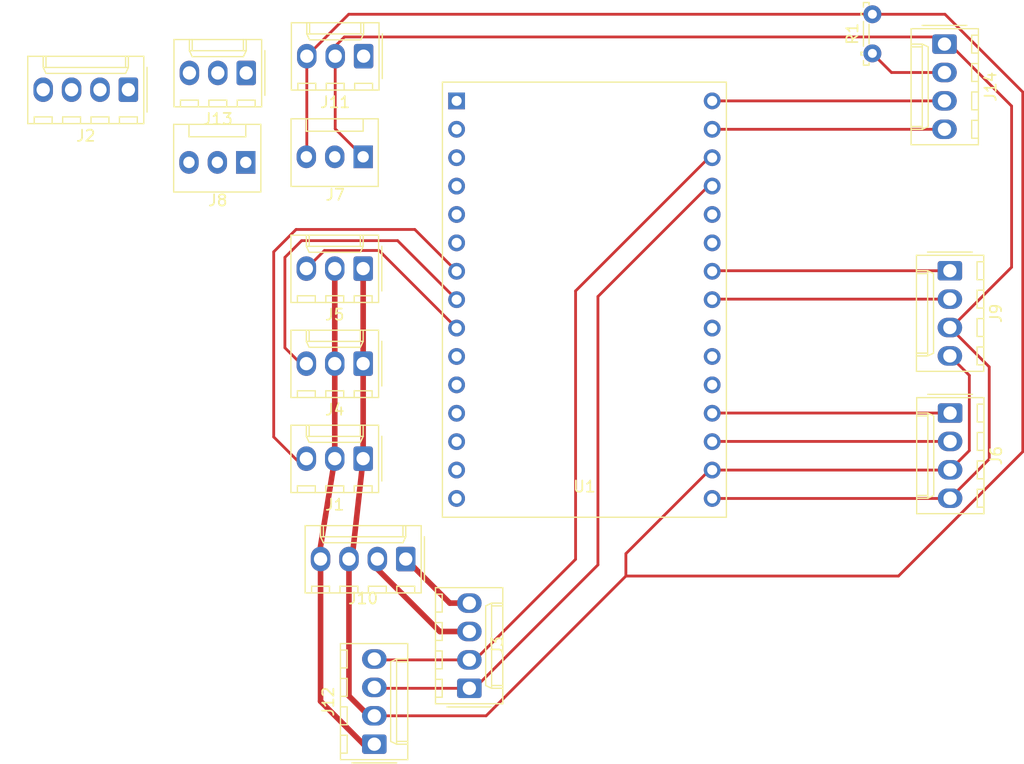
<source format=kicad_pcb>
(kicad_pcb (version 20240108) (generator "pcbnew") (generator_version "8.0")
  (layers (0 "F.Cu" signal) (31 "B.Cu" signal) (34 "B.Paste" user) (35 "F.Paste" user) (36 "B.SilkS" user "B.Silkscreen") (37 "F.SilkS" user "F.Silkscreen") (38 "B.Mask" user) (39 "F.Mask" user) (44 "Edge.Cuts" user))
  (net 0 "")
  (net 1 "Net-(J1-Pin_3)")
  (net 2 "Net-(J1-Pin_1)")
  (net 3 "Net-(J1-Pin_2)")
  (net 4 "Net-(J2-Pin_4)")
  (net 5 "Net-(J12-Pin_4)")
  (net 6 "Net-(J2-Pin_3)")
  (net 7 "Net-(J12-Pin_3)")
  (net 8 "Net-(J10-Pin_2)")
  (net 9 "Net-(J10-Pin_1)")
  (net 19 "Net-(J7-Pin_2)")
  (net 20 "Net-(J8-Pin_2)")
  (net 21 "Net-(J11-Pin_1)")
  (net 22 "Net-(J4-Pin_3)")
  (net 23 "Net-(J5-Pin_3)")
  (net 24 "Net-(J11-Pin_2)")
  (net 25 "Net-(J6-Pin_2)")
  (net 26 "Net-(J6-Pin_1)")
  (net 27 "Net-(J9-Pin_1)")
  (net 28 "Net-(J9-Pin_2)")
  (net 29 "Net-(J13-Pin_3)")
  (net 30 "Net-(J14-Pin_3)")
  (net 31 "Net-(J14-Pin_4)")
  (footprint "Connector_Molex:Molex_KK-254_AE-6410-04A_1x04_P2.54mm_Vertical" (layer "F.Cu") (at 161.5 75.92 -90)
    (property "Reference" "J14" (at 3.81 -4.12 90) (layer "F.SilkS"))
    (property "Value" "Gyroscope")
    (fp_line (start -1.38 2.99) (end 9 2.99) (stroke (width 0.12)) (layer "F.SilkS"))
    (fp_line (start 0 2.99) (end 0 1.99) (stroke (width 0.12)) (layer "F.SilkS"))
    (fp_line (start 0.25 2.99) (end 0.25 1.99) (stroke (width 0.12)) (layer "F.SilkS"))
    (fp_line (start 7.37 2.99) (end 7.37 1.99) (stroke (width 0.12)) (layer "F.SilkS"))
    (fp_line (start 9 2.99) (end 9 -3.03) (stroke (width 0.12)) (layer "F.SilkS"))
    (fp_line (start 0 1.99) (end 7.62 1.99) (stroke (width 0.12)) (layer "F.SilkS"))
    (fp_line (start 0 1.99) (end 0.25 1.46) (stroke (width 0.12)) (layer "F.SilkS"))
    (fp_line (start 7.62 1.99) (end 7.62 2.99) (stroke (width 0.12)) (layer "F.SilkS"))
    (fp_line (start 0.25 1.46) (end 7.37 1.46) (stroke (width 0.12)) (layer "F.SilkS"))
    (fp_line (start 7.37 1.46) (end 7.62 1.99) (stroke (width 0.12)) (layer "F.SilkS"))
    (fp_line (start -1.67 -2) (end -1.67 2) (stroke (width 0.12)) (layer "F.SilkS"))
    (fp_line (start -0.8 -2.43) (end 0.8 -2.43) (stroke (width 0.12)) (layer "F.SilkS"))
    (fp_line (start 0.8 -2.43) (end 0.8 -3.03) (stroke (width 0.12)) (layer "F.SilkS"))
    (fp_line (start 1.74 -2.43) (end 3.34 -2.43) (stroke (width 0.12)) (layer "F.SilkS"))
    (fp_line (start 3.34 -2.43) (end 3.34 -3.03) (stroke (width 0.12)) (layer "F.SilkS"))
    (fp_line (start 4.28 -2.43) (end 5.88 -2.43) (stroke (width 0.12)) (layer "F.SilkS"))
    (fp_line (start 5.88 -2.43) (end 5.88 -3.03) (stroke (width 0.12)) (layer "F.SilkS"))
    (fp_line (start 6.82 -2.43) (end 8.42 -2.43) (stroke (width 0.12)) (layer "F.SilkS"))
    (fp_line (start 8.42 -2.43) (end 8.42 -3.03) (stroke (width 0.12)) (layer "F.SilkS"))
    (fp_line (start -1.38 -3.03) (end -1.38 2.99) (stroke (width 0.12)) (layer "F.SilkS"))
    (fp_line (start -0.8 -3.03) (end -0.8 -2.43) (stroke (width 0.12)) (layer "F.SilkS"))
    (fp_line (start 1.74 -3.03) (end 1.74 -2.43) (stroke (width 0.12)) (layer "F.SilkS"))
    (fp_line (start 4.28 -3.03) (end 4.28 -2.43) (stroke (width 0.12)) (layer "F.SilkS"))
    (fp_line (start 6.82 -3.03) (end 6.82 -2.43) (stroke (width 0.12)) (layer "F.SilkS"))
    (fp_line (start 9 -3.03) (end -1.38 -3.03) (stroke (width 0.12)) (layer "F.SilkS"))
    (pad "1" thru_hole roundrect (at 0 0 270) (size 1.74 2.19) (drill 1.19) (layers "*.Cu" "*.Mask") (roundrect_rratio 0.143678) (net 24 "Net-(J11-Pin_2)"))
    (pad "2" thru_hole oval (at 2.54 0 270) (size 1.74 2.19) (drill 1.19) (layers "*.Cu" "*.Mask") (net 2 "Net-(J1-Pin_1)"))
    (pad "3" thru_hole oval (at 5.08 0 270) (size 1.74 2.19) (drill 1.19) (layers "*.Cu" "*.Mask") (net 30 "Net-(J14-Pin_3)"))
    (pad "4" thru_hole oval (at 7.62 0 270) (size 1.74 2.19) (drill 1.19) (layers "*.Cu" "*.Mask") (net 31 "Net-(J14-Pin_4)"))
  )
  (footprint "Connector_Molex:Molex_KK-254_AE-6410-03A_1x03_P2.54mm_Vertical" (layer "F.Cu") (at 109.5 113 180)
    (property "Reference" "J1" (at 2.54 -4.12 360) (layer "F.SilkS"))
    (property "Value" "Aileron Servo")
    (fp_line (start 6.46 2.99) (end 6.46 -3.03) (stroke (width 0.12)) (layer "F.SilkS"))
    (fp_line (start 6.46 -3.03) (end -1.38 -3.03) (stroke (width 0.12)) (layer "F.SilkS"))
    (fp_line (start 5.88 -2.43) (end 5.88 -3.03) (stroke (width 0.12)) (layer "F.SilkS"))
    (fp_line (start 5.08 1.99) (end 5.08 2.99) (stroke (width 0.12)) (layer "F.SilkS"))
    (fp_line (start 4.83 2.99) (end 4.83 1.99) (stroke (width 0.12)) (layer "F.SilkS"))
    (fp_line (start 4.83 1.46) (end 5.08 1.99) (stroke (width 0.12)) (layer "F.SilkS"))
    (fp_line (start 4.28 -2.43) (end 5.88 -2.43) (stroke (width 0.12)) (layer "F.SilkS"))
    (fp_line (start 4.28 -3.03) (end 4.28 -2.43) (stroke (width 0.12)) (layer "F.SilkS"))
    (fp_line (start 3.34 -2.43) (end 3.34 -3.03) (stroke (width 0.12)) (layer "F.SilkS"))
    (fp_line (start 1.74 -2.43) (end 3.34 -2.43) (stroke (width 0.12)) (layer "F.SilkS"))
    (fp_line (start 1.74 -3.03) (end 1.74 -2.43) (stroke (width 0.12)) (layer "F.SilkS"))
    (fp_line (start 0.8 -2.43) (end 0.8 -3.03) (stroke (width 0.12)) (layer "F.SilkS"))
    (fp_line (start 0.25 2.99) (end 0.25 1.99) (stroke (width 0.12)) (layer "F.SilkS"))
    (fp_line (start 0.25 1.46) (end 4.83 1.46) (stroke (width 0.12)) (layer "F.SilkS"))
    (fp_line (start 0 2.99) (end 0 1.99) (stroke (width 0.12)) (layer "F.SilkS"))
    (fp_line (start 0 1.99) (end 5.08 1.99) (stroke (width 0.12)) (layer "F.SilkS"))
    (fp_line (start 0 1.99) (end 0.25 1.46) (stroke (width 0.12)) (layer "F.SilkS"))
    (fp_line (start -0.8 -2.43) (end 0.8 -2.43) (stroke (width 0.12)) (layer "F.SilkS"))
    (fp_line (start -0.8 -3.03) (end -0.8 -2.43) (stroke (width 0.12)) (layer "F.SilkS"))
    (fp_line (start -1.38 2.99) (end 6.46 2.99) (stroke (width 0.12)) (layer "F.SilkS"))
    (fp_line (start -1.38 -3.03) (end -1.38 2.99) (stroke (width 0.12)) (layer "F.SilkS"))
    (fp_line (start -1.67 -2) (end -1.67 2) (stroke (width 0.12)) (layer "F.SilkS"))
    (pad "1" thru_hole roundrect (at 0 0 180) (size 1.74 2.19) (drill 1.19) (layers "*.Cu" "*.Mask") (roundrect_rratio 0.143678) (net 2 "Net-(J1-Pin_1)"))
    (pad "2" thru_hole oval (at 2.54 0 180) (size 1.74 2.19) (drill 1.19) (layers "*.Cu" "*.Mask") (net 3 "Net-(J1-Pin_2)"))
    (pad "3" thru_hole oval (at 5.08 0 180) (size 1.74 2.19) (drill 1.19) (layers "*.Cu" "*.Mask") (net 1 "Net-(J1-Pin_3)"))
  )
  (footprint "Connector_Molex:Molex_KK-254_AE-6410-04A_1x04_P2.54mm_Vertical" (layer "F.Cu") (at 113.31 121.98 180)
    (property "Reference" "J10" (at 3.81 -3.52 360) (layer "F.SilkS"))
    (property "Value" "Battery and/or BMS")
    (fp_line (start 9 2.99) (end 9 -3.03) (stroke (width 0.12)) (layer "F.SilkS"))
    (fp_line (start 9 -3.03) (end -1.38 -3.03) (stroke (width 0.12)) (layer "F.SilkS"))
    (fp_line (start 8.42 -2.43) (end 8.42 -3.03) (stroke (width 0.12)) (layer "F.SilkS"))
    (fp_line (start 7.62 1.99) (end 7.62 2.99) (stroke (width 0.12)) (layer "F.SilkS"))
    (fp_line (start 7.37 2.99) (end 7.37 1.99) (stroke (width 0.12)) (layer "F.SilkS"))
    (fp_line (start 7.37 1.46) (end 7.62 1.99) (stroke (width 0.12)) (layer "F.SilkS"))
    (fp_line (start 6.82 -2.43) (end 8.42 -2.43) (stroke (width 0.12)) (layer "F.SilkS"))
    (fp_line (start 6.82 -3.03) (end 6.82 -2.43) (stroke (width 0.12)) (layer "F.SilkS"))
    (fp_line (start 5.88 -2.43) (end 5.88 -3.03) (stroke (width 0.12)) (layer "F.SilkS"))
    (fp_line (start 4.28 -2.43) (end 5.88 -2.43) (stroke (width 0.12)) (layer "F.SilkS"))
    (fp_line (start 4.28 -3.03) (end 4.28 -2.43) (stroke (width 0.12)) (layer "F.SilkS"))
    (fp_line (start 3.34 -2.43) (end 3.34 -3.03) (stroke (width 0.12)) (layer "F.SilkS"))
    (fp_line (start 1.74 -2.43) (end 3.34 -2.43) (stroke (width 0.12)) (layer "F.SilkS"))
    (fp_line (start 1.74 -3.03) (end 1.74 -2.43) (stroke (width 0.12)) (layer "F.SilkS"))
    (fp_line (start 0.8 -2.43) (end 0.8 -3.03) (stroke (width 0.12)) (layer "F.SilkS"))
    (fp_line (start 0.25 2.99) (end 0.25 1.99) (stroke (width 0.12)) (layer "F.SilkS"))
    (fp_line (start 0.25 1.46) (end 7.37 1.46) (stroke (width 0.12)) (layer "F.SilkS"))
    (fp_line (start 0 2.99) (end 0 1.99) (stroke (width 0.12)) (layer "F.SilkS"))
    (fp_line (start 0 1.99) (end 7.62 1.99) (stroke (width 0.12)) (layer "F.SilkS"))
    (fp_line (start 0 1.99) (end 0.25 1.46) (stroke (width 0.12)) (layer "F.SilkS"))
    (fp_line (start -0.8 -2.43) (end 0.8 -2.43) (stroke (width 0.12)) (layer "F.SilkS"))
    (fp_line (start -0.8 -3.03) (end -0.8 -2.43) (stroke (width 0.12)) (layer "F.SilkS"))
    (fp_line (start -1.38 2.99) (end 9 2.99) (stroke (width 0.12)) (layer "F.SilkS"))
    (fp_line (start -1.38 -3.03) (end -1.38 2.99) (stroke (width 0.12)) (layer "F.SilkS"))
    (fp_line (start -1.67 -2) (end -1.67 2) (stroke (width 0.12)) (layer "F.SilkS"))
    (pad "1" thru_hole roundrect (at 0 0 180) (size 1.74 2.19) (drill 1.19) (layers "*.Cu" "*.Mask") (roundrect_rratio 0.143678) (net 9 "Net-(J10-Pin_1)"))
    (pad "2" thru_hole oval (at 2.54 0 180) (size 1.74 2.19) (drill 1.19) (layers "*.Cu" "*.Mask") (net 8 "Net-(J10-Pin_2)"))
    (pad "3" thru_hole oval (at 5.08 0 180) (size 1.74 2.19) (drill 1.19) (layers "*.Cu" "*.Mask") (net 2 "Net-(J1-Pin_1)"))
    (pad "4" thru_hole oval (at 7.62 0 180) (size 1.74 2.19) (drill 1.19) (layers "*.Cu" "*.Mask") (net 3 "Net-(J1-Pin_2)"))
  )
  (footprint "Connector_Molex:Molex_KK-254_AE-6410-03A_1x03_P2.54mm_Vertical" (layer "F.Cu") (at 109.5 96 180)
    (property "Reference" "J5" (at 2.54 -4.12 360) (layer "F.SilkS"))
    (property "Value" "Elevator Servo")
    (fp_line (start 6.46 2.99) (end 6.46 -3.03) (stroke (width 0.12)) (layer "F.SilkS"))
    (fp_line (start 6.46 -3.03) (end -1.38 -3.03) (stroke (width 0.12)) (layer "F.SilkS"))
    (fp_line (start 5.88 -2.43) (end 5.88 -3.03) (stroke (width 0.12)) (layer "F.SilkS"))
    (fp_line (start 5.08 1.99) (end 5.08 2.99) (stroke (width 0.12)) (layer "F.SilkS"))
    (fp_line (start 4.83 2.99) (end 4.83 1.99) (stroke (width 0.12)) (layer "F.SilkS"))
    (fp_line (start 4.83 1.46) (end 5.08 1.99) (stroke (width 0.12)) (layer "F.SilkS"))
    (fp_line (start 4.28 -2.43) (end 5.88 -2.43) (stroke (width 0.12)) (layer "F.SilkS"))
    (fp_line (start 4.28 -3.03) (end 4.28 -2.43) (stroke (width 0.12)) (layer "F.SilkS"))
    (fp_line (start 3.34 -2.43) (end 3.34 -3.03) (stroke (width 0.12)) (layer "F.SilkS"))
    (fp_line (start 1.74 -2.43) (end 3.34 -2.43) (stroke (width 0.12)) (layer "F.SilkS"))
    (fp_line (start 1.74 -3.03) (end 1.74 -2.43) (stroke (width 0.12)) (layer "F.SilkS"))
    (fp_line (start 0.8 -2.43) (end 0.8 -3.03) (stroke (width 0.12)) (layer "F.SilkS"))
    (fp_line (start 0.25 2.99) (end 0.25 1.99) (stroke (width 0.12)) (layer "F.SilkS"))
    (fp_line (start 0.25 1.46) (end 4.83 1.46) (stroke (width 0.12)) (layer "F.SilkS"))
    (fp_line (start 0 2.99) (end 0 1.99) (stroke (width 0.12)) (layer "F.SilkS"))
    (fp_line (start 0 1.99) (end 5.08 1.99) (stroke (width 0.12)) (layer "F.SilkS"))
    (fp_line (start 0 1.99) (end 0.25 1.46) (stroke (width 0.12)) (layer "F.SilkS"))
    (fp_line (start -0.8 -2.43) (end 0.8 -2.43) (stroke (width 0.12)) (layer "F.SilkS"))
    (fp_line (start -0.8 -3.03) (end -0.8 -2.43) (stroke (width 0.12)) (layer "F.SilkS"))
    (fp_line (start -1.38 2.99) (end 6.46 2.99) (stroke (width 0.12)) (layer "F.SilkS"))
    (fp_line (start -1.38 -3.03) (end -1.38 2.99) (stroke (width 0.12)) (layer "F.SilkS"))
    (fp_line (start -1.67 -2) (end -1.67 2) (stroke (width 0.12)) (layer "F.SilkS"))
    (pad "1" thru_hole roundrect (at 0 0 180) (size 1.74 2.19) (drill 1.19) (layers "*.Cu" "*.Mask") (roundrect_rratio 0.143678) (net 2 "Net-(J1-Pin_1)"))
    (pad "2" thru_hole oval (at 2.54 0 180) (size 1.74 2.19) (drill 1.19) (layers "*.Cu" "*.Mask") (net 3 "Net-(J1-Pin_2)"))
    (pad "3" thru_hole oval (at 5.08 0 180) (size 1.74 2.19) (drill 1.19) (layers "*.Cu" "*.Mask") (net 23 "Net-(J5-Pin_3)"))
  )
  (footprint "Connector:FanPinHeader_1x03_P2.54mm_Vertical" (layer "F.Cu") (at 99 86.5 180)
    (property "Reference" "J8" (at 2.5 -3.4 360) (layer "F.SilkS"))
    (property "Value" "Roll Control")
    (fp_line (start 6.45 3.4) (end -1.35 3.4) (stroke (width 0.12)) (layer "F.SilkS"))
    (fp_line (start 6.45 -2.65) (end 6.45 3.4) (stroke (width 0.12)) (layer "F.SilkS"))
    (fp_line (start 5.08 2.29) (end 5.08 3.3) (stroke (width 0.12)) (layer "F.SilkS"))
    (fp_line (start 0 3.3) (end 0 2.29) (stroke (width 0.12)) (layer "F.SilkS"))
    (fp_line (start 0 2.29) (end 5.08 2.29) (stroke (width 0.12)) (layer "F.SilkS"))
    (fp_line (start -1.35 3.4) (end -1.35 -2.65) (stroke (width 0.12)) (layer "F.SilkS"))
    (fp_line (start -1.35 -2.65) (end 6.45 -2.65) (stroke (width 0.12)) (layer "F.SilkS"))
    (pad "1" thru_hole rect (at 0 0 270) (size 2.03 1.73) (drill 1.02) (layers "*.Cu" "*.Mask") (net 24 "Net-(J11-Pin_2)"))
    (pad "2" thru_hole oval (at 2.54 0 270) (size 2.03 1.73) (drill 1.02) (layers "*.Cu" "*.Mask") (net 20 "Net-(J8-Pin_2)"))
    (pad "3" thru_hole oval (at 5.08 0 270) (size 2.03 1.73) (drill 1.02) (layers "*.Cu" "*.Mask") (net 2 "Net-(J1-Pin_1)"))
  )
  (footprint "RF_Module:ESP32-C3-DevKitM-1" (layer "F.Cu") (at 117.86 81)
    (property "Reference" "U1" (at 11.43 34.5 0) (layer "F.SilkS"))
    (property "Value" "ESP32-C3-DevKitM-1")
    (fp_line (start -1.27 -1.68) (end 24.13 -1.68) (stroke (width 0.12)) (layer "F.SilkS"))
    (fp_line (start -1.27 37.24) (end -1.27 -1.68) (stroke (width 0.12)) (layer "F.SilkS"))
    (fp_line (start 24.13 -1.68) (end 24.13 37.24) (stroke (width 0.12)) (layer "F.SilkS"))
    (fp_line (start 24.13 37.24) (end -1.27 37.24) (stroke (width 0.12)) (layer "F.SilkS"))
    (pad "1" thru_hole rect (at 0 0) (size 1.5 1.5) (drill 0.9) (layers "*.Cu" "*.Mask") (net 21 "Net-(J11-Pin_1)"))
    (pad "2" thru_hole circle (at 0 2.54) (size 1.5 1.5) (drill 0.9) (layers "*.Cu" "*.Mask") (net 29 "Net-(J13-Pin_3)"))
    (pad "3" thru_hole circle (at 0 5.08) (size 1.5 1.5) (drill 0.9) (layers "*.Cu" "*.Mask") (net 4 "Net-(J2-Pin_4)"))
    (pad "4" thru_hole circle (at 0 7.62) (size 1.5 1.5) (drill 0.9) (layers "*.Cu" "*.Mask") (net 19 "Net-(J7-Pin_2)"))
    (pad "5" thru_hole circle (at 0 10.16) (size 1.5 1.5) (drill 0.9) (layers "*.Cu" "*.Mask") (net 20 "Net-(J8-Pin_2)"))
    (pad "6" thru_hole circle (at 0 12.7) (size 1.5 1.5) (drill 0.9) (layers "*.Cu" "*.Mask") (net 6 "Net-(J2-Pin_3)"))
    (pad "7" thru_hole circle (at 0 15.24) (size 1.5 1.5) (drill 0.9) (layers "*.Cu" "*.Mask") (net 1 "Net-(J1-Pin_3)"))
    (pad "8" thru_hole circle (at 0 17.78) (size 1.5 1.5) (drill 0.9) (layers "*.Cu" "*.Mask") (net 22 "Net-(J4-Pin_3)"))
    (pad "9" thru_hole circle (at 0 20.32) (size 1.5 1.5) (drill 0.9) (layers "*.Cu" "*.Mask") (net 23 "Net-(J5-Pin_3)"))
    (pad "10" thru_hole circle (at 0 22.86) (size 1.5 1.5) (drill 0.9) (layers "*.Cu" "*.Mask"))
    (pad "11" thru_hole circle (at 0 25.4) (size 1.5 1.5) (drill 0.9) (layers "*.Cu" "*.Mask"))
    (pad "12" thru_hole circle (at 0 27.94) (size 1.5 1.5) (drill 0.9) (layers "*.Cu" "*.Mask"))
    (pad "13" thru_hole circle (at 0 30.48) (size 1.5 1.5) (drill 0.9) (layers "*.Cu" "*.Mask"))
    (pad "14" thru_hole circle (at 0 33.02) (size 1.5 1.5) (drill 0.9) (layers "*.Cu" "*.Mask") (net 2 "Net-(J1-Pin_1)"))
    (pad "15" thru_hole circle (at 0 35.56) (size 1.5 1.5) (drill 0.9) (layers "*.Cu" "*.Mask") (net 3 "Net-(J1-Pin_2)"))
    (pad "16" thru_hole circle (at 22.86 35.56) (size 1.5 1.5) (drill 0.9) (layers "*.Cu" "*.Mask") (net 24 "Net-(J11-Pin_2)"))
    (pad "17" thru_hole circle (at 22.86 33.02) (size 1.5 1.5) (drill 0.9) (layers "*.Cu" "*.Mask") (net 2 "Net-(J1-Pin_1)"))
    (pad "18" thru_hole circle (at 22.86 30.48) (size 1.5 1.5) (drill 0.9) (layers "*.Cu" "*.Mask") (net 25 "Net-(J6-Pin_2)"))
    (pad "19" thru_hole circle (at 22.86 27.94) (size 1.5 1.5) (drill 0.9) (layers "*.Cu" "*.Mask") (net 26 "Net-(J6-Pin_1)"))
    (pad "20" thru_hole circle (at 22.86 25.4) (size 1.5 1.5) (drill 0.9) (layers "*.Cu" "*.Mask"))
    (pad "21" thru_hole circle (at 22.86 22.86) (size 1.5 1.5) (drill 0.9) (layers "*.Cu" "*.Mask"))
    (pad "22" thru_hole circle (at 22.86 20.32) (size 1.5 1.5) (drill 0.9) (layers "*.Cu" "*.Mask"))
    (pad "23" thru_hole circle (at 22.86 17.78) (size 1.5 1.5) (drill 0.9) (layers "*.Cu" "*.Mask") (net 28 "Net-(J9-Pin_2)"))
    (pad "24" thru_hole circle (at 22.86 15.24) (size 1.5 1.5) (drill 0.9) (layers "*.Cu" "*.Mask") (net 27 "Net-(J9-Pin_1)"))
    (pad "25" thru_hole circle (at 22.86 12.7) (size 1.5 1.5) (drill 0.9) (layers "*.Cu" "*.Mask"))
    (pad "26" thru_hole circle (at 22.86 10.16) (size 1.5 1.5) (drill 0.9) (layers "*.Cu" "*.Mask"))
    (pad "27" thru_hole circle (at 22.86 7.62) (size 1.5 1.5) (drill 0.9) (layers "*.Cu" "*.Mask") (net 7 "Net-(J12-Pin_3)"))
    (pad "28" thru_hole circle (at 22.86 5.08) (size 1.5 1.5) (drill 0.9) (layers "*.Cu" "*.Mask") (net 5 "Net-(J12-Pin_4)"))
    (pad "29" thru_hole circle (at 22.86 2.54) (size 1.5 1.5) (drill 0.9) (layers "*.Cu" "*.Mask") (net 31 "Net-(J14-Pin_4)"))
    (pad "30" thru_hole circle (at 22.86 0) (size 1.5 1.5) (drill 0.9) (layers "*.Cu" "*.Mask") (net 30 "Net-(J14-Pin_3)"))
  )
  (footprint "Connector_Molex:Molex_KK-254_AE-6410-03A_1x03_P2.54mm_Vertical" (layer "F.Cu") (at 109.54 77 180)
    (property "Reference" "J11" (at 2.54 -4.12 360) (layer "F.SilkS"))
    (property "Value" "Restart/Boot Button")
    (fp_line (start 6.46 2.99) (end 6.46 -3.03) (stroke (width 0.12)) (layer "F.SilkS"))
    (fp_line (start 6.46 -3.03) (end -1.38 -3.03) (stroke (width 0.12)) (layer "F.SilkS"))
    (fp_line (start 5.88 -2.43) (end 5.88 -3.03) (stroke (width 0.12)) (layer "F.SilkS"))
    (fp_line (start 5.08 1.99) (end 5.08 2.99) (stroke (width 0.12)) (layer "F.SilkS"))
    (fp_line (start 4.83 2.99) (end 4.83 1.99) (stroke (width 0.12)) (layer "F.SilkS"))
    (fp_line (start 4.83 1.46) (end 5.08 1.99) (stroke (width 0.12)) (layer "F.SilkS"))
    (fp_line (start 4.28 -2.43) (end 5.88 -2.43) (stroke (width 0.12)) (layer "F.SilkS"))
    (fp_line (start 4.28 -3.03) (end 4.28 -2.43) (stroke (width 0.12)) (layer "F.SilkS"))
    (fp_line (start 3.34 -2.43) (end 3.34 -3.03) (stroke (width 0.12)) (layer "F.SilkS"))
    (fp_line (start 1.74 -2.43) (end 3.34 -2.43) (stroke (width 0.12)) (layer "F.SilkS"))
    (fp_line (start 1.74 -3.03) (end 1.74 -2.43) (stroke (width 0.12)) (layer "F.SilkS"))
    (fp_line (start 0.8 -2.43) (end 0.8 -3.03) (stroke (width 0.12)) (layer "F.SilkS"))
    (fp_line (start 0.25 2.99) (end 0.25 1.99) (stroke (width 0.12)) (layer "F.SilkS"))
    (fp_line (start 0.25 1.46) (end 4.83 1.46) (stroke (width 0.12)) (layer "F.SilkS"))
    (fp_line (start 0 2.99) (end 0 1.99) (stroke (width 0.12)) (layer "F.SilkS"))
    (fp_line (start 0 1.99) (end 5.08 1.99) (stroke (width 0.12)) (layer "F.SilkS"))
    (fp_line (start 0 1.99) (end 0.25 1.46) (stroke (width 0.12)) (layer "F.SilkS"))
    (fp_line (start -0.8 -2.43) (end 0.8 -2.43) (stroke (width 0.12)) (layer "F.SilkS"))
    (fp_line (start -0.8 -3.03) (end -0.8 -2.43) (stroke (width 0.12)) (layer "F.SilkS"))
    (fp_line (start -1.38 2.99) (end 6.46 2.99) (stroke (width 0.12)) (layer "F.SilkS"))
    (fp_line (start -1.38 -3.03) (end -1.38 2.99) (stroke (width 0.12)) (layer "F.SilkS"))
    (fp_line (start -1.67 -2) (end -1.67 2) (stroke (width 0.12)) (layer "F.SilkS"))
    (pad "1" thru_hole roundrect (at 0 0 180) (size 1.74 2.19) (drill 1.19) (layers "*.Cu" "*.Mask") (roundrect_rratio 0.143678) (net 21 "Net-(J11-Pin_1)"))
    (pad "2" thru_hole oval (at 2.54 0 180) (size 1.74 2.19) (drill 1.19) (layers "*.Cu" "*.Mask") (net 24 "Net-(J11-Pin_2)"))
    (pad "3" thru_hole oval (at 5.08 0 180) (size 1.74 2.19) (drill 1.19) (layers "*.Cu" "*.Mask") (net 2 "Net-(J1-Pin_1)"))
  )
  (footprint "Connector_Molex:Molex_KK-254_AE-6410-04A_1x04_P2.54mm_Vertical" (layer "F.Cu") (at 119 133.54 90)
    (property "Reference" "J3" (at 3.81 2.5 90) (layer "F.SilkS"))
    (property "Value" "External Connector")
    (fp_line (start 9 -3.03) (end -1.38 -3.03) (stroke (width 0.12)) (layer "F.SilkS"))
    (fp_line (start 6.82 -3.03) (end 6.82 -2.43) (stroke (width 0.12)) (layer "F.SilkS"))
    (fp_line (start 4.28 -3.03) (end 4.28 -2.43) (stroke (width 0.12)) (layer "F.SilkS"))
    (fp_line (start 1.74 -3.03) (end 1.74 -2.43) (stroke (width 0.12)) (layer "F.SilkS"))
    (fp_line (start -0.8 -3.03) (end -0.8 -2.43) (stroke (width 0.12)) (layer "F.SilkS"))
    (fp_line (start -1.38 -3.03) (end -1.38 2.99) (stroke (width 0.12)) (layer "F.SilkS"))
    (fp_line (start 8.42 -2.43) (end 8.42 -3.03) (stroke (width 0.12)) (layer "F.SilkS"))
    (fp_line (start 6.82 -2.43) (end 8.42 -2.43) (stroke (width 0.12)) (layer "F.SilkS"))
    (fp_line (start 5.88 -2.43) (end 5.88 -3.03) (stroke (width 0.12)) (layer "F.SilkS"))
    (fp_line (start 4.28 -2.43) (end 5.88 -2.43) (stroke (width 0.12)) (layer "F.SilkS"))
    (fp_line (start 3.34 -2.43) (end 3.34 -3.03) (stroke (width 0.12)) (layer "F.SilkS"))
    (fp_line (start 1.74 -2.43) (end 3.34 -2.43) (stroke (width 0.12)) (layer "F.SilkS"))
    (fp_line (start 0.8 -2.43) (end 0.8 -3.03) (stroke (width 0.12)) (layer "F.SilkS"))
    (fp_line (start -0.8 -2.43) (end 0.8 -2.43) (stroke (width 0.12)) (layer "F.SilkS"))
    (fp_line (start -1.67 -2) (end -1.67 2) (stroke (width 0.12)) (layer "F.SilkS"))
    (fp_line (start 7.37 1.46) (end 7.62 1.99) (stroke (width 0.12)) (layer "F.SilkS"))
    (fp_line (start 0.25 1.46) (end 7.37 1.46) (stroke (width 0.12)) (layer "F.SilkS"))
    (fp_line (start 7.62 1.99) (end 7.62 2.99) (stroke (width 0.12)) (layer "F.SilkS"))
    (fp_line (start 0 1.99) (end 0.25 1.46) (stroke (width 0.12)) (layer "F.SilkS"))
    (fp_line (start 0 1.99) (end 7.62 1.99) (stroke (width 0.12)) (layer "F.SilkS"))
    (fp_line (start 9 2.99) (end 9 -3.03) (stroke (width 0.12)) (layer "F.SilkS"))
    (fp_line (start 7.37 2.99) (end 7.37 1.99) (stroke (width 0.12)) (layer "F.SilkS"))
    (fp_line (start 0.25 2.99) (end 0.25 1.99) (stroke (width 0.12)) (layer "F.SilkS"))
    (fp_line (start 0 2.99) (end 0 1.99) (stroke (width 0.12)) (layer "F.SilkS"))
    (fp_line (start -1.38 2.99) (end 9 2.99) (stroke (width 0.12)) (layer "F.SilkS"))
    (pad "1" thru_hole roundrect (at 0 0 90) (size 1.74 2.19) (drill 1.19) (layers "*.Cu" "*.Mask") (roundrect_rratio 0.143678) (net 7 "Net-(J12-Pin_3)"))
    (pad "2" thru_hole oval (at 2.54 0 90) (size 1.74 2.19) (drill 1.19) (layers "*.Cu" "*.Mask") (net 5 "Net-(J12-Pin_4)"))
    (pad "3" thru_hole oval (at 5.08 0 90) (size 1.74 2.19) (drill 1.19) (layers "*.Cu" "*.Mask") (net 8 "Net-(J10-Pin_2)"))
    (pad "4" thru_hole oval (at 7.62 0 90) (size 1.74 2.19) (drill 1.19) (layers "*.Cu" "*.Mask") (net 9 "Net-(J10-Pin_1)"))
  )
  (footprint "Connector_Molex:Molex_KK-254_AE-6410-03A_1x03_P2.54mm_Vertical" (layer "F.Cu") (at 109.5 104.5 180)
    (property "Reference" "J4" (at 2.54 -4.12 360) (layer "F.SilkS"))
    (property "Value" "Rudder Servo")
    (fp_line (start 6.46 2.99) (end 6.46 -3.03) (stroke (width 0.12)) (layer "F.SilkS"))
    (fp_line (start 6.46 -3.03) (end -1.38 -3.03) (stroke (width 0.12)) (layer "F.SilkS"))
    (fp_line (start 5.88 -2.43) (end 5.88 -3.03) (stroke (width 0.12)) (layer "F.SilkS"))
    (fp_line (start 5.08 1.99) (end 5.08 2.99) (stroke (width 0.12)) (layer "F.SilkS"))
    (fp_line (start 4.83 2.99) (end 4.83 1.99) (stroke (width 0.12)) (layer "F.SilkS"))
    (fp_line (start 4.83 1.46) (end 5.08 1.99) (stroke (width 0.12)) (layer "F.SilkS"))
    (fp_line (start 4.28 -2.43) (end 5.88 -2.43) (stroke (width 0.12)) (layer "F.SilkS"))
    (fp_line (start 4.28 -3.03) (end 4.28 -2.43) (stroke (width 0.12)) (layer "F.SilkS"))
    (fp_line (start 3.34 -2.43) (end 3.34 -3.03) (stroke (width 0.12)) (layer "F.SilkS"))
    (fp_line (start 1.74 -2.43) (end 3.34 -2.43) (stroke (width 0.12)) (layer "F.SilkS"))
    (fp_line (start 1.74 -3.03) (end 1.74 -2.43) (stroke (width 0.12)) (layer "F.SilkS"))
    (fp_line (start 0.8 -2.43) (end 0.8 -3.03) (stroke (width 0.12)) (layer "F.SilkS"))
    (fp_line (start 0.25 2.99) (end 0.25 1.99) (stroke (width 0.12)) (layer "F.SilkS"))
    (fp_line (start 0.25 1.46) (end 4.83 1.46) (stroke (width 0.12)) (layer "F.SilkS"))
    (fp_line (start 0 2.99) (end 0 1.99) (stroke (width 0.12)) (layer "F.SilkS"))
    (fp_line (start 0 1.99) (end 5.08 1.99) (stroke (width 0.12)) (layer "F.SilkS"))
    (fp_line (start 0 1.99) (end 0.25 1.46) (stroke (width 0.12)) (layer "F.SilkS"))
    (fp_line (start -0.8 -2.43) (end 0.8 -2.43) (stroke (width 0.12)) (layer "F.SilkS"))
    (fp_line (start -0.8 -3.03) (end -0.8 -2.43) (stroke (width 0.12)) (layer "F.SilkS"))
    (fp_line (start -1.38 2.99) (end 6.46 2.99) (stroke (width 0.12)) (layer "F.SilkS"))
    (fp_line (start -1.38 -3.03) (end -1.38 2.99) (stroke (width 0.12)) (layer "F.SilkS"))
    (fp_line (start -1.67 -2) (end -1.67 2) (stroke (width 0.12)) (layer "F.SilkS"))
    (pad "1" thru_hole roundrect (at 0 0 180) (size 1.74 2.19) (drill 1.19) (layers "*.Cu" "*.Mask") (roundrect_rratio 0.143678) (net 2 "Net-(J1-Pin_1)"))
    (pad "2" thru_hole oval (at 2.54 0 180) (size 1.74 2.19) (drill 1.19) (layers "*.Cu" "*.Mask") (net 3 "Net-(J1-Pin_2)"))
    (pad "3" thru_hole oval (at 5.08 0 180) (size 1.74 2.19) (drill 1.19) (layers "*.Cu" "*.Mask") (net 22 "Net-(J4-Pin_3)"))
  )
  (footprint "Connector_Molex:Molex_KK-254_AE-6410-04A_1x04_P2.54mm_Vertical" (layer "F.Cu") (at 110.5 138.54 90)
    (property "Reference" "J12" (at 3.81 -4.12 90) (layer "F.SilkS"))
    (property "Value" "GPS")
    (fp_line (start 9 -3.03) (end -1.38 -3.03) (stroke (width 0.12)) (layer "F.SilkS"))
    (fp_line (start 6.82 -3.03) (end 6.82 -2.43) (stroke (width 0.12)) (layer "F.SilkS"))
    (fp_line (start 4.28 -3.03) (end 4.28 -2.43) (stroke (width 0.12)) (layer "F.SilkS"))
    (fp_line (start 1.74 -3.03) (end 1.74 -2.43) (stroke (width 0.12)) (layer "F.SilkS"))
    (fp_line (start -0.8 -3.03) (end -0.8 -2.43) (stroke (width 0.12)) (layer "F.SilkS"))
    (fp_line (start -1.38 -3.03) (end -1.38 2.99) (stroke (width 0.12)) (layer "F.SilkS"))
    (fp_line (start 8.42 -2.43) (end 8.42 -3.03) (stroke (width 0.12)) (layer "F.SilkS"))
    (fp_line (start 6.82 -2.43) (end 8.42 -2.43) (stroke (width 0.12)) (layer "F.SilkS"))
    (fp_line (start 5.88 -2.43) (end 5.88 -3.03) (stroke (width 0.12)) (layer "F.SilkS"))
    (fp_line (start 4.28 -2.43) (end 5.88 -2.43) (stroke (width 0.12)) (layer "F.SilkS"))
    (fp_line (start 3.34 -2.43) (end 3.34 -3.03) (stroke (width 0.12)) (layer "F.SilkS"))
    (fp_line (start 1.74 -2.43) (end 3.34 -2.43) (stroke (width 0.12)) (layer "F.SilkS"))
    (fp_line (start 0.8 -2.43) (end 0.8 -3.03) (stroke (width 0.12)) (layer "F.SilkS"))
    (fp_line (start -0.8 -2.43) (end 0.8 -2.43) (stroke (width 0.12)) (layer "F.SilkS"))
    (fp_line (start -1.67 -2) (end -1.67 2) (stroke (width 0.12)) (layer "F.SilkS"))
    (fp_line (start 7.37 1.46) (end 7.62 1.99) (stroke (width 0.12)) (layer "F.SilkS"))
    (fp_line (start 0.25 1.46) (end 7.37 1.46) (stroke (width 0.12)) (layer "F.SilkS"))
    (fp_line (start 7.62 1.99) (end 7.62 2.99) (stroke (width 0.12)) (layer "F.SilkS"))
    (fp_line (start 0 1.99) (end 0.25 1.46) (stroke (width 0.12)) (layer "F.SilkS"))
    (fp_line (start 0 1.99) (end 7.62 1.99) (stroke (width 0.12)) (layer "F.SilkS"))
    (fp_line (start 9 2.99) (end 9 -3.03) (stroke (width 0.12)) (layer "F.SilkS"))
    (fp_line (start 7.37 2.99) (end 7.37 1.99) (stroke (width 0.12)) (layer "F.SilkS"))
    (fp_line (start 0.25 2.99) (end 0.25 1.99) (stroke (width 0.12)) (layer "F.SilkS"))
    (fp_line (start 0 2.99) (end 0 1.99) (stroke (width 0.12)) (layer "F.SilkS"))
    (fp_line (start -1.38 2.99) (end 9 2.99) (stroke (width 0.12)) (layer "F.SilkS"))
    (pad "1" thru_hole roundrect (at 0 0 90) (size 1.74 2.19) (drill 1.19) (layers "*.Cu" "*.Mask") (roundrect_rratio 0.143678) (net 3 "Net-(J1-Pin_2)"))
    (pad "2" thru_hole oval (at 2.54 0 90) (size 1.74 2.19) (drill 1.19) (layers "*.Cu" "*.Mask") (net 2 "Net-(J1-Pin_1)"))
    (pad "3" thru_hole oval (at 5.08 0 90) (size 1.74 2.19) (drill 1.19) (layers "*.Cu" "*.Mask") (net 7 "Net-(J12-Pin_3)"))
    (pad "4" thru_hole oval (at 7.62 0 90) (size 1.74 2.19) (drill 1.19) (layers "*.Cu" "*.Mask") (net 5 "Net-(J12-Pin_4)"))
  )
  (footprint "Connector_Molex:Molex_KK-254_AE-6410-04A_1x04_P2.54mm_Vertical" (layer "F.Cu") (at 88.5 80 180)
    (property "Reference" "J2" (at 3.81 -4.12 360) (layer "F.SilkS"))
    (property "Value" "pitot tube assembly")
    (fp_line (start 9 2.99) (end 9 -3.03) (stroke (width 0.12)) (layer "F.SilkS"))
    (fp_line (start 9 -3.03) (end -1.38 -3.03) (stroke (width 0.12)) (layer "F.SilkS"))
    (fp_line (start 8.42 -2.43) (end 8.42 -3.03) (stroke (width 0.12)) (layer "F.SilkS"))
    (fp_line (start 7.62 1.99) (end 7.62 2.99) (stroke (width 0.12)) (layer "F.SilkS"))
    (fp_line (start 7.37 2.99) (end 7.37 1.99) (stroke (width 0.12)) (layer "F.SilkS"))
    (fp_line (start 7.37 1.46) (end 7.62 1.99) (stroke (width 0.12)) (layer "F.SilkS"))
    (fp_line (start 6.82 -2.43) (end 8.42 -2.43) (stroke (width 0.12)) (layer "F.SilkS"))
    (fp_line (start 6.82 -3.03) (end 6.82 -2.43) (stroke (width 0.12)) (layer "F.SilkS"))
    (fp_line (start 5.88 -2.43) (end 5.88 -3.03) (stroke (width 0.12)) (layer "F.SilkS"))
    (fp_line (start 4.28 -2.43) (end 5.88 -2.43) (stroke (width 0.12)) (layer "F.SilkS"))
    (fp_line (start 4.28 -3.03) (end 4.28 -2.43) (stroke (width 0.12)) (layer "F.SilkS"))
    (fp_line (start 3.34 -2.43) (end 3.34 -3.03) (stroke (width 0.12)) (layer "F.SilkS"))
    (fp_line (start 1.74 -2.43) (end 3.34 -2.43) (stroke (width 0.12)) (layer "F.SilkS"))
    (fp_line (start 1.74 -3.03) (end 1.74 -2.43) (stroke (width 0.12)) (layer "F.SilkS"))
    (fp_line (start 0.8 -2.43) (end 0.8 -3.03) (stroke (width 0.12)) (layer "F.SilkS"))
    (fp_line (start 0.25 2.99) (end 0.25 1.99) (stroke (width 0.12)) (layer "F.SilkS"))
    (fp_line (start 0.25 1.46) (end 7.37 1.46) (stroke (width 0.12)) (layer "F.SilkS"))
    (fp_line (start 0 2.99) (end 0 1.99) (stroke (width 0.12)) (layer "F.SilkS"))
    (fp_line (start 0 1.99) (end 7.62 1.99) (stroke (width 0.12)) (layer "F.SilkS"))
    (fp_line (start 0 1.99) (end 0.25 1.46) (stroke (width 0.12)) (layer "F.SilkS"))
    (fp_line (start -0.8 -2.43) (end 0.8 -2.43) (stroke (width 0.12)) (layer "F.SilkS"))
    (fp_line (start -0.8 -3.03) (end -0.8 -2.43) (stroke (width 0.12)) (layer "F.SilkS"))
    (fp_line (start -1.38 2.99) (end 9 2.99) (stroke (width 0.12)) (layer "F.SilkS"))
    (fp_line (start -1.38 -3.03) (end -1.38 2.99) (stroke (width 0.12)) (layer "F.SilkS"))
    (fp_line (start -1.67 -2) (end -1.67 2) (stroke (width 0.12)) (layer "F.SilkS"))
    (pad "1" thru_hole roundrect (at 0 0 180) (size 1.74 2.19) (drill 1.19) (layers "*.Cu" "*.Mask") (roundrect_rratio 0.143678) (net 24 "Net-(J11-Pin_2)"))
    (pad "2" thru_hole oval (at 2.54 0 180) (size 1.74 2.19) (drill 1.19) (layers "*.Cu" "*.Mask") (net 2 "Net-(J1-Pin_1)"))
    (pad "3" thru_hole oval (at 5.08 0 180) (size 1.74 2.19) (drill 1.19) (layers "*.Cu" "*.Mask") (net 6 "Net-(J2-Pin_3)"))
    (pad "4" thru_hole oval (at 7.62 0 180) (size 1.74 2.19) (drill 1.19) (layers "*.Cu" "*.Mask") (net 4 "Net-(J2-Pin_4)"))
  )
  (footprint "Connector_Molex:Molex_KK-254_AE-6410-04A_1x04_P2.54mm_Vertical" (layer "F.Cu") (at 162 108.92 -90)
    (property "Reference" "J6" (at 3.81 -4.12 90) (layer "F.SilkS"))
    (property "Value" "BME280")
    (fp_line (start -1.38 2.99) (end 9 2.99) (stroke (width 0.12)) (layer "F.SilkS"))
    (fp_line (start 0 2.99) (end 0 1.99) (stroke (width 0.12)) (layer "F.SilkS"))
    (fp_line (start 0.25 2.99) (end 0.25 1.99) (stroke (width 0.12)) (layer "F.SilkS"))
    (fp_line (start 7.37 2.99) (end 7.37 1.99) (stroke (width 0.12)) (layer "F.SilkS"))
    (fp_line (start 9 2.99) (end 9 -3.03) (stroke (width 0.12)) (layer "F.SilkS"))
    (fp_line (start 0 1.99) (end 7.62 1.99) (stroke (width 0.12)) (layer "F.SilkS"))
    (fp_line (start 0 1.99) (end 0.25 1.46) (stroke (width 0.12)) (layer "F.SilkS"))
    (fp_line (start 7.62 1.99) (end 7.62 2.99) (stroke (width 0.12)) (layer "F.SilkS"))
    (fp_line (start 0.25 1.46) (end 7.37 1.46) (stroke (width 0.12)) (layer "F.SilkS"))
    (fp_line (start 7.37 1.46) (end 7.62 1.99) (stroke (width 0.12)) (layer "F.SilkS"))
    (fp_line (start -1.67 -2) (end -1.67 2) (stroke (width 0.12)) (layer "F.SilkS"))
    (fp_line (start -0.8 -2.43) (end 0.8 -2.43) (stroke (width 0.12)) (layer "F.SilkS"))
    (fp_line (start 0.8 -2.43) (end 0.8 -3.03) (stroke (width 0.12)) (layer "F.SilkS"))
    (fp_line (start 1.74 -2.43) (end 3.34 -2.43) (stroke (width 0.12)) (layer "F.SilkS"))
    (fp_line (start 3.34 -2.43) (end 3.34 -3.03) (stroke (width 0.12)) (layer "F.SilkS"))
    (fp_line (start 4.28 -2.43) (end 5.88 -2.43) (stroke (width 0.12)) (layer "F.SilkS"))
    (fp_line (start 5.88 -2.43) (end 5.88 -3.03) (stroke (width 0.12)) (layer "F.SilkS"))
    (fp_line (start 6.82 -2.43) (end 8.42 -2.43) (stroke (width 0.12)) (layer "F.SilkS"))
    (fp_line (start 8.42 -2.43) (end 8.42 -3.03) (stroke (width 0.12)) (layer "F.SilkS"))
    (fp_line (start -1.38 -3.03) (end -1.38 2.99) (stroke (width 0.12)) (layer "F.SilkS"))
    (fp_line (start -0.8 -3.03) (end -0.8 -2.43) (stroke (width 0.12)) (layer "F.SilkS"))
    (fp_line (start 1.74 -3.03) (end 1.74 -2.43) (stroke (width 0.12)) (layer "F.SilkS"))
    (fp_line (start 4.28 -3.03) (end 4.28 -2.43) (stroke (width 0.12)) (layer "F.SilkS"))
    (fp_line (start 6.82 -3.03) (end 6.82 -2.43) (stroke (width 0.12)) (layer "F.SilkS"))
    (fp_line (start 9 -3.03) (end -1.38 -3.03) (stroke (width 0.12)) (layer "F.SilkS"))
    (pad "1" thru_hole roundrect (at 0 0 270) (size 1.74 2.19) (drill 1.19) (layers "*.Cu" "*.Mask") (roundrect_rratio 0.143678) (net 26 "Net-(J6-Pin_1)"))
    (pad "2" thru_hole oval (at 2.54 0 270) (size 1.74 2.19) (drill 1.19) (layers "*.Cu" "*.Mask") (net 25 "Net-(J6-Pin_2)"))
    (pad "3" thru_hole oval (at 5.08 0 270) (size 1.74 2.19) (drill 1.19) (layers "*.Cu" "*.Mask") (net 2 "Net-(J1-Pin_1)"))
    (pad "4" thru_hole oval (at 7.62 0 270) (size 1.74 2.19) (drill 1.19) (layers "*.Cu" "*.Mask") (net 24 "Net-(J11-Pin_2)"))
  )
  (footprint "Connector_Molex:Molex_KK-254_AE-6410-03A_1x03_P2.54mm_Vertical" (layer "F.Cu") (at 99.04 78.5 180)
    (property "Reference" "J13" (at 2.54 -4.12 360) (layer "F.SilkS"))
    (property "Value" "Cadence Sensor")
    (fp_line (start 6.46 2.99) (end 6.46 -3.03) (stroke (width 0.12)) (layer "F.SilkS"))
    (fp_line (start 6.46 -3.03) (end -1.38 -3.03) (stroke (width 0.12)) (layer "F.SilkS"))
    (fp_line (start 5.88 -2.43) (end 5.88 -3.03) (stroke (width 0.12)) (layer "F.SilkS"))
    (fp_line (start 5.08 1.99) (end 5.08 2.99) (stroke (width 0.12)) (layer "F.SilkS"))
    (fp_line (start 4.83 2.99) (end 4.83 1.99) (stroke (width 0.12)) (layer "F.SilkS"))
    (fp_line (start 4.83 1.46) (end 5.08 1.99) (stroke (width 0.12)) (layer "F.SilkS"))
    (fp_line (start 4.28 -2.43) (end 5.88 -2.43) (stroke (width 0.12)) (layer "F.SilkS"))
    (fp_line (start 4.28 -3.03) (end 4.28 -2.43) (stroke (width 0.12)) (layer "F.SilkS"))
    (fp_line (start 3.34 -2.43) (end 3.34 -3.03) (stroke (width 0.12)) (layer "F.SilkS"))
    (fp_line (start 1.74 -2.43) (end 3.34 -2.43) (stroke (width 0.12)) (layer "F.SilkS"))
    (fp_line (start 1.74 -3.03) (end 1.74 -2.43) (stroke (width 0.12)) (layer "F.SilkS"))
    (fp_line (start 0.8 -2.43) (end 0.8 -3.03) (stroke (width 0.12)) (layer "F.SilkS"))
    (fp_line (start 0.25 2.99) (end 0.25 1.99) (stroke (width 0.12)) (layer "F.SilkS"))
    (fp_line (start 0.25 1.46) (end 4.83 1.46) (stroke (width 0.12)) (layer "F.SilkS"))
    (fp_line (start 0 2.99) (end 0 1.99) (stroke (width 0.12)) (layer "F.SilkS"))
    (fp_line (start 0 1.99) (end 5.08 1.99) (stroke (width 0.12)) (layer "F.SilkS"))
    (fp_line (start 0 1.99) (end 0.25 1.46) (stroke (width 0.12)) (layer "F.SilkS"))
    (fp_line (start -0.8 -2.43) (end 0.8 -2.43) (stroke (width 0.12)) (layer "F.SilkS"))
    (fp_line (start -0.8 -3.03) (end -0.8 -2.43) (stroke (width 0.12)) (layer "F.SilkS"))
    (fp_line (start -1.38 2.99) (end 6.46 2.99) (stroke (width 0.12)) (layer "F.SilkS"))
    (fp_line (start -1.38 -3.03) (end -1.38 2.99) (stroke (width 0.12)) (layer "F.SilkS"))
    (fp_line (start -1.67 -2) (end -1.67 2) (stroke (width 0.12)) (layer "F.SilkS"))
    (pad "1" thru_hole roundrect (at 0 0 180) (size 1.74 2.19) (drill 1.19) (layers "*.Cu" "*.Mask") (roundrect_rratio 0.143678) (net 2 "Net-(J1-Pin_1)"))
    (pad "2" thru_hole oval (at 2.54 0 180) (size 1.74 2.19) (drill 1.19) (layers "*.Cu" "*.Mask") (net 24 "Net-(J11-Pin_2)"))
    (pad "3" thru_hole oval (at 5.08 0 180) (size 1.74 2.19) (drill 1.19) (layers "*.Cu" "*.Mask") (net 29 "Net-(J13-Pin_3)"))
  )
  (footprint "OptoDevice:R_LDR_5.2x5.2mm_P3.5mm_Horizontal" (layer "F.Cu") (at 155.05 76.75 90)
    (property "Reference" "R1" (at 1.75 -1.79 90) (layer "F.SilkS"))
    (property "Value" "Jumper")
    (fp_line (start 3.65 -1.02) (end 3.65 -0.89) (stroke (width 0.12)) (layer "F.SilkS"))
    (fp_line (start 3.4 -1.02) (end 3.65 -1.02) (stroke (width 0.12)) (layer "F.SilkS"))
    (fp_line (start 3.4 -1.02) (end 3.4 -0.89) (stroke (width 0.12)) (layer "F.SilkS"))
    (fp_line (start 0.1 -1.02) (end 0.1 -0.89) (stroke (width 0.12)) (layer "F.SilkS"))
    (fp_line (start -0.15 -1.02) (end 0.1 -1.02) (stroke (width 0.12)) (layer "F.SilkS"))
    (fp_line (start -0.15 -1.02) (end -0.15 -0.89) (stroke (width 0.12)) (layer "F.SilkS"))
    (fp_line (start 4.55 -0.8) (end 4.14 -0.8) (stroke (width 0.12)) (layer "F.SilkS"))
    (fp_line (start 2.86 -0.8) (end 0.64 -0.8) (stroke (width 0.12)) (layer "F.SilkS"))
    (fp_line (start -0.64 -0.8) (end -1.05 -0.8) (stroke (width 0.12)) (layer "F.SilkS"))
    (fp_line (start -1.05 -0.8) (end -1.05 -0.3) (stroke (width 0.12)) (layer "F.SilkS"))
    (fp_line (start 4.55 -0.3) (end 4.55 -0.8) (stroke (width 0.12)) (layer "F.SilkS"))
    (fp_line (start 4.35 -0.3) (end 4.55 -0.3) (stroke (width 0.12)) (layer "F.SilkS"))
    (fp_line (start 0.85 -0.3) (end 2.6 -0.3) (stroke (width 0.12)) (layer "F.SilkS"))
    (fp_line (start -1.05 -0.3) (end -0.85 -0.3) (stroke (width 0.12)) (layer "F.SilkS"))
    (pad "1" thru_hole circle (at 0 0 90) (size 1.6 1.6) (drill 0.8) (layers "*.Cu" "*.Mask") (net 2 "Net-(J1-Pin_1)"))
    (pad "2" thru_hole circle (at 3.5 0 90) (size 1.6 1.6) (drill 0.8) (layers "*.Cu" "*.Mask") (net 2 "Net-(J1-Pin_1)"))
  )
  (footprint "Connector_Molex:Molex_KK-254_AE-6410-04A_1x04_P2.54mm_Vertical" (layer "F.Cu") (at 161.98 96.19 -90)
    (property "Reference" "J9" (at 3.81 -4.12 90) (layer "F.SilkS"))
    (property "Value" "SD card")
    (fp_line (start -1.38 2.99) (end 9 2.99) (stroke (width 0.12)) (layer "F.SilkS"))
    (fp_line (start 0 2.99) (end 0 1.99) (stroke (width 0.12)) (layer "F.SilkS"))
    (fp_line (start 0.25 2.99) (end 0.25 1.99) (stroke (width 0.12)) (layer "F.SilkS"))
    (fp_line (start 7.37 2.99) (end 7.37 1.99) (stroke (width 0.12)) (layer "F.SilkS"))
    (fp_line (start 9 2.99) (end 9 -3.03) (stroke (width 0.12)) (layer "F.SilkS"))
    (fp_line (start 0 1.99) (end 7.62 1.99) (stroke (width 0.12)) (layer "F.SilkS"))
    (fp_line (start 0 1.99) (end 0.25 1.46) (stroke (width 0.12)) (layer "F.SilkS"))
    (fp_line (start 7.62 1.99) (end 7.62 2.99) (stroke (width 0.12)) (layer "F.SilkS"))
    (fp_line (start 0.25 1.46) (end 7.37 1.46) (stroke (width 0.12)) (layer "F.SilkS"))
    (fp_line (start 7.37 1.46) (end 7.62 1.99) (stroke (width 0.12)) (layer "F.SilkS"))
    (fp_line (start -1.67 -2) (end -1.67 2) (stroke (width 0.12)) (layer "F.SilkS"))
    (fp_line (start -0.8 -2.43) (end 0.8 -2.43) (stroke (width 0.12)) (layer "F.SilkS"))
    (fp_line (start 0.8 -2.43) (end 0.8 -3.03) (stroke (width 0.12)) (layer "F.SilkS"))
    (fp_line (start 1.74 -2.43) (end 3.34 -2.43) (stroke (width 0.12)) (layer "F.SilkS"))
    (fp_line (start 3.34 -2.43) (end 3.34 -3.03) (stroke (width 0.12)) (layer "F.SilkS"))
    (fp_line (start 4.28 -2.43) (end 5.88 -2.43) (stroke (width 0.12)) (layer "F.SilkS"))
    (fp_line (start 5.88 -2.43) (end 5.88 -3.03) (stroke (width 0.12)) (layer "F.SilkS"))
    (fp_line (start 6.82 -2.43) (end 8.42 -2.43) (stroke (width 0.12)) (layer "F.SilkS"))
    (fp_line (start 8.42 -2.43) (end 8.42 -3.03) (stroke (width 0.12)) (layer "F.SilkS"))
    (fp_line (start -1.38 -3.03) (end -1.38 2.99) (stroke (width 0.12)) (layer "F.SilkS"))
    (fp_line (start -0.8 -3.03) (end -0.8 -2.43) (stroke (width 0.12)) (layer "F.SilkS"))
    (fp_line (start 1.74 -3.03) (end 1.74 -2.43) (stroke (width 0.12)) (layer "F.SilkS"))
    (fp_line (start 4.28 -3.03) (end 4.28 -2.43) (stroke (width 0.12)) (layer "F.SilkS"))
    (fp_line (start 6.82 -3.03) (end 6.82 -2.43) (stroke (width 0.12)) (layer "F.SilkS"))
    (fp_line (start 9 -3.03) (end -1.38 -3.03) (stroke (width 0.12)) (layer "F.SilkS"))
    (pad "1" thru_hole roundrect (at 0 0 270) (size 1.74 2.19) (drill 1.19) (layers "*.Cu" "*.Mask") (roundrect_rratio 0.143678) (net 27 "Net-(J9-Pin_1)"))
    (pad "2" thru_hole oval (at 2.54 0 270) (size 1.74 2.19) (drill 1.19) (layers "*.Cu" "*.Mask") (net 28 "Net-(J9-Pin_2)"))
    (pad "3" thru_hole oval (at 5.08 0 270) (size 1.74 2.19) (drill 1.19) (layers "*.Cu" "*.Mask") (net 24 "Net-(J11-Pin_2)"))
    (pad "4" thru_hole oval (at 7.62 0 270) (size 1.74 2.19) (drill 1.19) (layers "*.Cu" "*.Mask") (net 2 "Net-(J1-Pin_1)"))
  )
  (footprint "Connector:FanPinHeader_1x03_P2.54mm_Vertical" (layer "F.Cu") (at 109.5 86 180)
    (property "Reference" "J7" (at 2.5 -3.4 360) (layer "F.SilkS"))
    (property "Value" "Pitch Control")
    (fp_line (start 6.45 3.4) (end -1.35 3.4) (stroke (width 0.12)) (layer "F.SilkS"))
    (fp_line (start 6.45 -2.65) (end 6.45 3.4) (stroke (width 0.12)) (layer "F.SilkS"))
    (fp_line (start 5.08 2.29) (end 5.08 3.3) (stroke (width 0.12)) (layer "F.SilkS"))
    (fp_line (start 0 3.3) (end 0 2.29) (stroke (width 0.12)) (layer "F.SilkS"))
    (fp_line (start 0 2.29) (end 5.08 2.29) (stroke (width 0.12)) (layer "F.SilkS"))
    (fp_line (start -1.35 3.4) (end -1.35 -2.65) (stroke (width 0.12)) (layer "F.SilkS"))
    (fp_line (start -1.35 -2.65) (end 6.45 -2.65) (stroke (width 0.12)) (layer "F.SilkS"))
    (pad "1" thru_hole rect (at 0 0 270) (size 2.03 1.73) (drill 1.02) (layers "*.Cu" "*.Mask") (net 24 "Net-(J11-Pin_2)"))
    (pad "2" thru_hole oval (at 2.54 0 270) (size 2.03 1.73) (drill 1.02) (layers "*.Cu" "*.Mask") (net 19 "Net-(J7-Pin_2)"))
    (pad "3" thru_hole oval (at 5.08 0 270) (size 2.03 1.73) (drill 1.02) (layers "*.Cu" "*.Mask") (net 2 "Net-(J1-Pin_1)"))
  )
  (gr_line (start 109.5 113) (end 108.5 122) (stroke (width 0.5)) (layer "F.Cu") (net 2))
  (gr_line (start 106.96 113.02) (end 106.96 96.02) (stroke (width 0.5)) (layer "F.Cu") (net 3))
  (gr_line (start 105.5 122) (end 106.96 113.02) (stroke (width 0.5)) (layer "F.Cu") (net 3))
  (gr_line (start 109.5 96) (end 109.5 113) (stroke (width 0.5)) (layer "F.Cu") (net 2))
  (segment (start 104.42 113.98) (end 101.5 111.06) (width 0.25) (layer "F.Cu") (net 1))
  (segment (start 101.5 94.5) (end 103.5 92.5) (width 0.25) (layer "F.Cu") (net 1))
  (segment (start 101.5 111.06) (end 101.5 94.5) (width 0.25) (layer "F.Cu") (net 1))
  (segment (start 114.12 92.5) (end 117.86 96.24) (width 0.25) (layer "F.Cu") (net 1))
  (segment (start 103.5 92.5) (end 114.12 92.5) (width 0.25) (layer "F.Cu") (net 1))
  (segment (start 133 123.5) (end 120.5 136) (width 0.25) (layer "F.Cu") (net 2))
  (segment (start 133 123.5) (end 157.379249 123.5) (width 0.25) (layer "F.Cu") (net 2))
  (segment (start 140.48 114.02) (end 133 121.5) (width 0.25) (layer "F.Cu") (net 2))
  (segment (start 117.82 113.98) (end 117.86 114.02) (width 0.25) (layer "F.Cu") (net 2))
  (segment (start 133 121.5) (end 133 123.5) (width 0.25) (layer "F.Cu") (net 2))
  (segment (start 104.46 77) (end 104.46 85.96) (width 0.25) (layer "F.Cu") (net 2))
  (segment (start 162 114) (end 163.72 112.28) (width 0.25) (layer "F.Cu") (net 2))
  (segment (start 155.05 73.25) (end 108.21 73.25) (width 0.25) (layer "F.Cu") (net 2))
  (segment (start 120.5 136) (end 110.5 136) (width 0.25) (layer "F.Cu") (net 2))
  (segment (start 163.72 105.55) (end 161.98 103.81) (width 0.25) (layer "F.Cu") (net 2))
  (segment (start 163.72 112.28) (end 163.72 105.55) (width 0.25) (layer "F.Cu") (net 2))
  (segment (start 108.23 121.98) (end 108.23 134.23) (width 0.5) (layer "F.Cu") (net 2))
  (segment (start 140.72 114.02) (end 161.98 114.02) (width 0.25) (layer "F.Cu") (net 2))
  (segment (start 109.5 105) (end 109.5 105.66) (width 0.25) (layer "F.Cu") (net 2))
  (segment (start 157.379249 123.5) (end 168.5 112.379249) (width 0.25) (layer "F.Cu") (net 2))
  (segment (start 140.72 114.02) (end 140.48 114.02) (width 0.25) (layer "F.Cu") (net 2))
  (segment (start 168.5 80.210636) (end 161.539364 73.25) (width 0.25) (layer "F.Cu") (net 2))
  (segment (start 110 136) (end 110.5 136) (width 0.5) (layer "F.Cu") (net 2))
  (segment (start 161.539364 73.25) (end 155.05 73.25) (width 0.25) (layer "F.Cu") (net 2))
  (segment (start 104.46 85.96) (end 104.42 86) (width 0.25) (layer "F.Cu") (net 2))
  (segment (start 156.76 78.46) (end 161.5 78.46) (width 0.25) (layer "F.Cu") (net 2))
  (segment (start 155.05 76.75) (end 156.76 78.46) (width 0.25) (layer "F.Cu") (net 2))
  (segment (start 108.23 134.23) (end 110 136) (width 0.5) (layer "F.Cu") (net 2))
  (segment (start 108.21 73.25) (end 104.46 77) (width 0.25) (layer "F.Cu") (net 2))
  (segment (start 161.98 114.02) (end 162 114) (width 0.25) (layer "F.Cu") (net 2))
  (segment (start 108.23 121.27) (end 108.23 121.98) (width 0.5) (layer "F.Cu") (net 2))
  (segment (start 168.5 112.379249) (end 168.5 80.210636) (width 0.25) (layer "F.Cu") (net 2))
  (segment (start 105.69 121.98) (end 105.69 134.7) (width 0.5) (layer "F.Cu") (net 3))
  (segment (start 105.69 121.31) (end 105.69 121.98) (width 0.5) (layer "F.Cu") (net 3))
  (segment (start 105.69 134.7) (end 109.53 138.54) (width 0.5) (layer "F.Cu") (net 3))
  (segment (start 109.53 138.54) (end 110.5 138.54) (width 0.5) (layer "F.Cu") (net 3))
  (segment (start 128.5 122) (end 128.5 98) (width 0.25) (layer "F.Cu") (net 5))
  (segment (start 128.5 98) (end 140.42 86.08) (width 0.25) (layer "F.Cu") (net 5))
  (segment (start 119.5 131) (end 128.5 122) (width 0.25) (layer "F.Cu") (net 5))
  (segment (start 119 131) (end 119.5 131) (width 0.25) (layer "F.Cu") (net 5))
  (segment (start 110.58 131) (end 110.5 130.92) (width 0.25) (layer "F.Cu") (net 5))
  (segment (start 140.42 86.08) (end 140.72 86.08) (width 0.25) (layer "F.Cu") (net 5))
  (segment (start 119 131) (end 110.58 131) (width 0.25) (layer "F.Cu") (net 5))
  (segment (start 140.38 88.62) (end 140.72 88.62) (width 0.25) (layer "F.Cu") (net 7))
  (segment (start 119.46 133.54) (end 130.5 122.5) (width 0.25) (layer "F.Cu") (net 7))
  (segment (start 119 133.54) (end 110.58 133.54) (width 0.25) (layer "F.Cu") (net 7))
  (segment (start 119 133.54) (end 119.46 133.54) (width 0.25) (layer "F.Cu") (net 7))
  (segment (start 130.5 98.5) (end 140.38 88.62) (width 0.25) (layer "F.Cu") (net 7))
  (segment (start 130.5 122.5) (end 130.5 98.5) (width 0.25) (layer "F.Cu") (net 7))
  (segment (start 110.58 133.54) (end 110.5 133.46) (width 0.25) (layer "F.Cu") (net 7))
  (segment (start 110.77 122.875) (end 110.77 121.98) (width 0.25) (layer "F.Cu") (net 8))
  (segment (start 119 128.46) (end 116.355 128.46) (width 0.5) (layer "F.Cu") (net 8))
  (segment (start 116.355 128.46) (end 110.77 122.875) (width 0.5) (layer "F.Cu") (net 8))
  (segment (start 119 125.92) (end 117.25 125.92) (width 0.5) (layer "F.Cu") (net 9))
  (segment (start 114 122.67) (end 113.31 121.98) (width 0.5) (layer "F.Cu") (net 9))
  (segment (start 117.25 125.92) (end 113.31 121.98) (width 0.5) (layer "F.Cu") (net 9))
  (segment (start 104.42 105) (end 102.5 103.08) (width 0.25) (layer "F.Cu") (net 22))
  (segment (start 112.58 93.5) (end 117.86 98.78) (width 0.25) (layer "F.Cu") (net 22))
  (segment (start 104 93.5) (end 112.58 93.5) (width 0.25) (layer "F.Cu") (net 22))
  (segment (start 102.5 103.08) (end 102.5 95) (width 0.25) (layer "F.Cu") (net 22))
  (segment (start 102.5 95) (end 104 93.5) (width 0.25) (layer "F.Cu") (net 22))
  (segment (start 106.04 94.38) (end 110.92 94.38) (width 0.25) (layer "F.Cu") (net 23))
  (segment (start 104.42 96) (end 106.04 94.38) (width 0.25) (layer "F.Cu") (net 23))
  (segment (start 110.92 94.38) (end 117.86 101.32) (width 0.25) (layer "F.Cu") (net 23))
  (segment (start 161.5 75.92) (end 160.86 75.28) (width 0.25) (layer "F.Cu") (net 24))
  (segment (start 161.98 116.56) (end 162 116.54) (width 0.25) (layer "F.Cu") (net 24))
  (segment (start 107 83.5) (end 109.5 86) (width 0.25) (layer "F.Cu") (net 24))
  (segment (start 107 77) (end 107 83.5) (width 0.25) (layer "F.Cu") (net 24))
  (segment (start 165.5 104.79) (end 161.98 101.27) (width 0.25) (layer "F.Cu") (net 24))
  (segment (start 107 76.105) (end 107 77) (width 0.25) (layer "F.Cu") (net 24))
  (segment (start 140.72 116.56) (end 161.98 116.56) (width 0.25) (layer "F.Cu") (net 24))
  (segment (start 161.96 75.92) (end 161.5 75.92) (width 0.25) (layer "F.Cu") (net 24))
  (segment (start 165.5 113.04) (end 165.5 104.79) (width 0.25) (layer "F.Cu") (net 24))
  (segment (start 167.5 95.875) (end 167.5 81.46) (width 0.25) (layer "F.Cu") (net 24))
  (segment (start 161.98 101.27) (end 162.105 101.27) (width 0.25) (layer "F.Cu") (net 24))
  (segment (start 160.86 75.28) (end 107.825 75.28) (width 0.25) (layer "F.Cu") (net 24))
  (segment (start 167.5 81.46) (end 161.96 75.92) (width 0.25) (layer "F.Cu") (net 24))
  (segment (start 162.105 101.27) (end 167.5 95.875) (width 0.25) (layer "F.Cu") (net 24))
  (segment (start 162 116.54) (end 165.5 113.04) (width 0.25) (layer "F.Cu") (net 24))
  (segment (start 107.825 75.28) (end 107 76.105) (width 0.25) (layer "F.Cu") (net 24))
  (segment (start 140.74 111.46) (end 140.72 111.48) (width 0.25) (layer "F.Cu") (net 25))
  (segment (start 162 111.46) (end 140.74 111.46) (width 0.25) (layer "F.Cu") (net 25))
  (segment (start 140.74 108.92) (end 140.72 108.94) (width 0.25) (layer "F.Cu") (net 26))
  (segment (start 162 108.92) (end 140.74 108.92) (width 0.25) (layer "F.Cu") (net 26))
  (segment (start 140.77 96.19) (end 140.72 96.24) (width 0.25) (layer "F.Cu") (net 27))
  (segment (start 161.98 96.19) (end 140.77 96.19) (width 0.25) (layer "F.Cu") (net 27))
  (segment (start 140.77 98.73) (end 140.72 98.78) (width 0.25) (layer "F.Cu") (net 28))
  (segment (start 161.98 98.73) (end 140.77 98.73) (width 0.25) (layer "F.Cu") (net 28))
  (segment (start 161.5 81) (end 140.72 81) (width 0.25) (layer "F.Cu") (net 30))
  (segment (start 161.5 83.54) (end 140.72 83.54) (width 0.25) (layer "F.Cu") (net 31))
)
</source>
